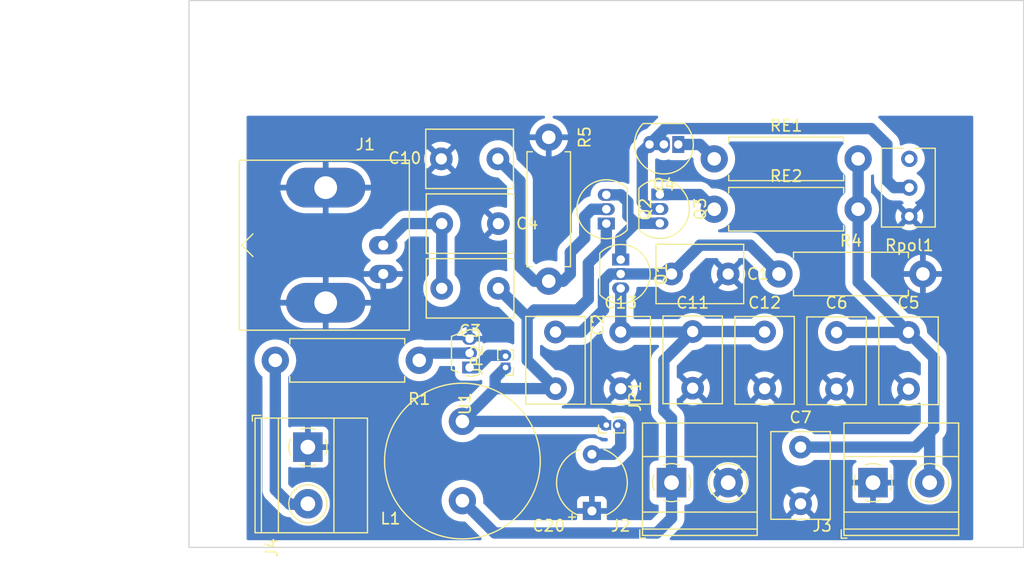
<source format=kicad_pcb>
(kicad_pcb (version 20211014) (generator pcbnew)
  (layers (0 "F.Cu" signal) (31 "B.Cu" signal) (34 "B.Paste" user) (35 "F.Paste" user) (36 "B.SilkS" user "B.Silkscreen") (37 "F.SilkS" user "F.Silkscreen") (38 "B.Mask" user) (39 "F.Mask" user) (44 "Edge.Cuts" user))
  (net 0 "")
  (net 1 "Net-(C1-Pad1)")
  (net 2 "GND")
  (net 3 "Net-(C2-Pad2)")
  (net 4 "Net-(C3-Pad2)")
  (net 5 "Net-(C10-Pad1)")
  (net 6 "+6V")
  (net 7 "-6V")
  (net 8 "Net-(J4-Pad2)")
  (net 9 "Net-(C20-Pad2)")
  (net 10 "Net-(JP2-Pad2)")
  (net 11 "Net-(Q3-Pad1)")
  (net 12 "Net-(Q3-Pad2)")
  (net 13 "Net-(Q4-Pad1)")
  (net 14 "Net-(Q1-Pad1)")
  (net 15 "Net-(R1-Pad1)")
  (footprint "Capacitor_THT:C_Disc_D7.5mm_W5.0mm_P5.00mm" (layer "F.Cu") (at 90.805 114.935 180)
    (fp_text reference "C3" (at 2.5 -3.75) (layer "F.SilkS"))
    (fp_text value "680p")
    (fp_line (start -1.37 -2.62) (end -1.37 2.62) (layer "F.SilkS") (width 0.12))
    (fp_line (start 6.37 -2.62) (end 6.37 2.62) (layer "F.SilkS") (width 0.12))
    (fp_line (start -1.37 2.62) (end 6.37 2.62) (layer "F.SilkS") (width 0.12))
    (fp_line (start -1.37 -2.62) (end 6.37 -2.62) (layer "F.SilkS") (width 0.12))
    (pad "1" thru_hole circle (at 0 0 180) (size 2 2) (drill 1) (layers *.Cu *.Mask) (net 3 "Net-(C2-Pad2)"))
    (pad "2" thru_hole circle (at 5 0 180) (size 2 2) (drill 1) (layers *.Cu *.Mask) (net 4 "Net-(C3-Pad2)"))
  )
  (footprint "Connector_PinHeader_1.00mm:PinHeader_1x02_P1.00mm_Vertical" (layer "F.Cu") (at 91.44 121.92 180)
    (fp_text reference "JP2" (at 2.54 0.635 90) (layer "F.SilkS"))
    (fp_text value "Jumper_2_Open")
    (fp_line (start 0.695 0.685) (end 0.695 1.56) (layer "F.SilkS") (width 0.12))
    (fp_line (start -0.695 1.56) (end -0.394493 1.56) (layer "F.SilkS") (width 0.12))
    (fp_line (start -0.695 0.685) (end -0.695 1.56) (layer "F.SilkS") (width 0.12))
    (fp_line (start -0.695 -0.685) (end 0 -0.685) (layer "F.SilkS") (width 0.12))
    (fp_line (start -0.695 0.685) (end -0.608276 0.685) (layer "F.SilkS") (width 0.12))
    (fp_line (start 0.608276 0.685) (end 0.695 0.685) (layer "F.SilkS") (width 0.12))
    (fp_line (start 0.394493 1.56) (end 0.695 1.56) (layer "F.SilkS") (width 0.12))
    (fp_line (start -0.695 0) (end -0.695 -0.685) (layer "F.SilkS") (width 0.12))
    (pad "1" thru_hole rect (at 0 0 180) (size 0.85 0.85) (drill 0.5) (layers *.Cu *.Mask) (net 3 "Net-(C2-Pad2)"))
    (pad "2" thru_hole oval (at 0 1 180) (size 0.85 0.85) (drill 0.5) (layers *.Cu *.Mask) (net 10 "Net-(JP2-Pad2)"))
  )
  (footprint "Capacitor_THT:C_Disc_D7.5mm_W5.0mm_P5.00mm" (layer "F.Cu") (at 117.475 133.945 90)
    (fp_text reference "C7" (at 7.62 0 180) (layer "F.SilkS"))
    (fp_text value "0.001u")
    (fp_line (start -1.37 2.62) (end 6.37 2.62) (layer "F.SilkS") (width 0.12))
    (fp_line (start -1.37 -2.62) (end 6.37 -2.62) (layer "F.SilkS") (width 0.12))
    (fp_line (start 6.37 -2.62) (end 6.37 2.62) (layer "F.SilkS") (width 0.12))
    (fp_line (start -1.37 -2.62) (end -1.37 2.62) (layer "F.SilkS") (width 0.12))
    (pad "1" thru_hole circle (at 0 0 90) (size 2 2) (drill 1) (layers *.Cu *.Mask) (net 2 "GND"))
    (pad "2" thru_hole circle (at 5 0 90) (size 2 2) (drill 1) (layers *.Cu *.Mask) (net 7 "-6V"))
  )
  (footprint "Capacitor_THT:C_Disc_D7.5mm_W5.0mm_P5.00mm" (layer "F.Cu") (at 127 123.825 90)
    (fp_text reference "C5" (at 7.62 0 180) (layer "F.SilkS"))
    (fp_text value "0.1u")
    (fp_line (start -1.37 -2.62) (end -1.37 2.62) (layer "F.SilkS") (width 0.12))
    (fp_line (start 6.37 -2.62) (end 6.37 2.62) (layer "F.SilkS") (width 0.12))
    (fp_line (start -1.37 2.62) (end 6.37 2.62) (layer "F.SilkS") (width 0.12))
    (fp_line (start -1.37 -2.62) (end 6.37 -2.62) (layer "F.SilkS") (width 0.12))
    (pad "1" thru_hole circle (at 0 0 90) (size 2 2) (drill 1) (layers *.Cu *.Mask) (net 2 "GND"))
    (pad "2" thru_hole circle (at 5 0 90) (size 2 2) (drill 1) (layers *.Cu *.Mask) (net 7 "-6V"))
  )
  (footprint "Capacitor_THT:C_Disc_D7.5mm_W5.0mm_P5.00mm" (layer "F.Cu") (at 101.6 118.785 -90)
    (fp_text reference "C13" (at -2.58 0 180) (layer "F.SilkS"))
    (fp_text value "0.001u")
    (fp_line (start -1.37 2.62) (end 6.37 2.62) (layer "F.SilkS") (width 0.12))
    (fp_line (start 6.37 -2.62) (end 6.37 2.62) (layer "F.SilkS") (width 0.12))
    (fp_line (start -1.37 -2.62) (end -1.37 2.62) (layer "F.SilkS") (width 0.12))
    (fp_line (start -1.37 -2.62) (end 6.37 -2.62) (layer "F.SilkS") (width 0.12))
    (pad "1" thru_hole circle (at 0 0 270) (size 2 2) (drill 1) (layers *.Cu *.Mask) (net 6 "+6V"))
    (pad "2" thru_hole circle (at 5 0 270) (size 2 2) (drill 1) (layers *.Cu *.Mask) (net 2 "GND"))
  )
  (footprint "TerminalBlock_Phoenix:TerminalBlock_Phoenix_MKDS-1,5-2_1x02_P5.00mm_Horizontal" (layer "F.Cu") (at 106.085 132.08)
    (fp_text reference "J2" (at -4.485 3.81 180) (layer "F.SilkS"))
    (fp_text value "Screw_Terminal_01x02")
    (fp_line (start -2.8 4.16) (end -2.8 4.9) (layer "F.SilkS") (width 0.12))
    (fp_line (start 7.56 -5.261) (end 7.56 4.66) (layer "F.SilkS") (width 0.12))
    (fp_line (start -2.56 -5.261) (end 7.56 -5.261) (layer "F.SilkS") (width 0.12))
    (fp_line (start -2.56 4.66) (end 7.56 4.66) (layer "F.SilkS") (width 0.12))
    (fp_line (start -2.8 4.9) (end -2.3 4.9) (layer "F.SilkS") (width 0.12))
    (fp_line (start 6.275 -1.069) (end 6.228 -1.023) (layer "F.SilkS") (width 0.12))
    (fp_line (start 6.07 -1.275) (end 6.035 -1.239) (layer "F.SilkS") (width 0.12))
    (fp_line (start -2.56 2.6) (end 7.56 2.6) (layer "F.SilkS") (width 0.12))
    (fp_line (start 3.966 1.239) (end 3.931 1.274) (layer "F.SilkS") (width 0.12))
    (fp_line (start -2.56 4.1) (end 7.56 4.1) (layer "F.SilkS") (width 0.12))
    (fp_line (start -2.56 -2.301) (end 7.56 -2.301) (layer "F.SilkS") (width 0.12))
    (fp_line (start 3.773 1.023) (end 3.726 1.069) (layer "F.SilkS") (width 0.12))
    (fp_line (start -2.56 -5.261) (end -2.56 4.66) (layer "F.SilkS") (width 0.12))
    (fp_arc (start -0.683042 -1.535427) (mid 0.000524 -1.680501) (end 0.684 -1.535) (layer "F.SilkS") (width 0.12))
    (fp_arc (start 1.535427 -0.683042) (mid 1.680501 0.000524) (end 1.535 0.684) (layer "F.SilkS") (width 0.12))
    (fp_arc (start 0.028805 1.680253) (mid -0.335551 1.646659) (end -0.684 1.535) (layer "F.SilkS") (width 0.12))
    (fp_arc (start 0.683318 1.534756) (mid 0.349292 1.643288) (end 0 1.68) (layer "F.SilkS") (width 0.12))
    (fp_arc (start -1.535427 0.683042) (mid -1.680501 -0.000524) (end -1.535 -0.684) (layer "F.SilkS") (width 0.12))
    (fp_circle (center 5 0) (end 6.68 0) (layer "F.SilkS") (width 0.12) (fill none))
    (pad "1" thru_hole rect (at 0 0) (size 2.6 2.6) (drill 1.3) (layers *.Cu *.Mask) (net 6 "+6V"))
    (pad "2" thru_hole circle (at 5 0) (size 2.6 2.6) (drill 1.3) (layers *.Cu *.Mask) (net 2 "GND"))
  )
  (footprint "Capacitor_THT:C_Disc_D7.5mm_W5.0mm_P5.00mm" (layer "F.Cu") (at 120.65 123.825 90)
    (fp_text reference "C6" (at 7.62 0 180) (layer "F.SilkS"))
    (fp_text value "0.01u")
    (fp_line (start -1.37 -2.62) (end 6.37 -2.62) (layer "F.SilkS") (width 0.12))
    (fp_line (start -1.37 -2.62) (end -1.37 2.62) (layer "F.SilkS") (width 0.12))
    (fp_line (start -1.37 2.62) (end 6.37 2.62) (layer "F.SilkS") (width 0.12))
    (fp_line (start 6.37 -2.62) (end 6.37 2.62) (layer "F.SilkS") (width 0.12))
    (pad "1" thru_hole circle (at 0 0 90) (size 2 2) (drill 1) (layers *.Cu *.Mask) (net 2 "GND"))
    (pad "2" thru_hole circle (at 5 0 90) (size 2 2) (drill 1) (layers *.Cu *.Mask) (net 7 "-6V"))
  )
  (footprint "Capacitor_THT:C_Disc_D7.5mm_W5.0mm_P5.00mm" (layer "F.Cu") (at 95.845 118.785 -90)
    (fp_text reference "C2" (at -0.635 -3.76 -270) (layer "F.SilkS"))
    (fp_text value "100p")
    (fp_line (start -1.37 -2.62) (end 6.37 -2.62) (layer "F.SilkS") (width 0.12))
    (fp_line (start -1.37 2.62) (end 6.37 2.62) (layer "F.SilkS") (width 0.12))
    (fp_line (start -1.37 -2.62) (end -1.37 2.62) (layer "F.SilkS") (width 0.12))
    (fp_line (start 6.37 -2.62) (end 6.37 2.62) (layer "F.SilkS") (width 0.12))
    (pad "1" thru_hole circle (at 0 0 270) (size 2 2) (drill 1) (layers *.Cu *.Mask) (net 1 "Net-(C1-Pad1)"))
    (pad "2" thru_hole circle (at 5 0 270) (size 2 2) (drill 1) (layers *.Cu *.Mask) (net 3 "Net-(C2-Pad2)"))
  )
  (footprint "Resistor_THT:R_Axial_DIN0411_L9.9mm_D3.6mm_P12.70mm_Horizontal" (layer "F.Cu") (at 115.57 113.665)
    (fp_text reference "R4" (at 6.35 -2.92) (layer "F.SilkS"))
    (fp_text value "5k")
    (fp_line (start 11.42 -1.92) (end 11.42 -1.44) (layer "F.SilkS") (width 0.12))
    (fp_line (start 1.28 1.92) (end 11.42 1.92) (layer "F.SilkS") (width 0.12))
    (fp_line (start 11.42 1.92) (end 11.42 1.44) (layer "F.SilkS") (width 0.12))
    (fp_line (start 1.28 -1.44) (end 1.28 -1.92) (layer "F.SilkS") (width 0.12))
    (fp_line (start 1.28 -1.92) (end 11.42 -1.92) (layer "F.SilkS") (width 0.12))
    (fp_line (start 1.28 1.44) (end 1.28 1.92) (layer "F.SilkS") (width 0.12))
    (pad "1" thru_hole circle (at 0 0) (size 2.4 2.4) (drill 1.2) (layers *.Cu *.Mask) (net 1 "Net-(C1-Pad1)"))
    (pad "2" thru_hole oval (at 12.7 0) (size 2.4 2.4) (drill 1.2) (layers *.Cu *.Mask) (net 2 "GND"))
  )
  (footprint "TerminalBlock_Phoenix:TerminalBlock_Phoenix_MKDS-1,5-2_1x02_P5.00mm_Horizontal" (layer "F.Cu") (at 123.865 132.08)
    (fp_text reference "J3" (at -4.485 3.81 180) (layer "F.SilkS"))
    (fp_text value "Screw_Terminal_01x02")
    (fp_line (start 7.56 -5.261) (end 7.56 4.66) (layer "F.SilkS") (width 0.12))
    (fp_line (start -2.56 4.66) (end 7.56 4.66) (layer "F.SilkS") (width 0.12))
    (fp_line (start 3.773 1.023) (end 3.726 1.069) (layer "F.SilkS") (width 0.12))
    (fp_line (start -2.8 4.9) (end -2.3 4.9) (layer "F.SilkS") (width 0.12))
    (fp_line (start 6.275 -1.069) (end 6.228 -1.023) (layer "F.SilkS") (width 0.12))
    (fp_line (start 3.966 1.239) (end 3.931 1.274) (layer "F.SilkS") (width 0.12))
    (fp_line (start -2.56 4.1) (end 7.56 4.1) (layer "F.SilkS") (width 0.12))
    (fp_line (start 6.07 -1.275) (end 6.035 -1.239) (layer "F.SilkS") (width 0.12))
    (fp_line (start -2.56 2.6) (end 7.56 2.6) (layer "F.SilkS") (width 0.12))
    (fp_line (start -2.56 -5.261) (end -2.56 4.66) (layer "F.SilkS") (width 0.12))
    (fp_line (start -2.8 4.16) (end -2.8 4.9) (layer "F.SilkS") (width 0.12))
    (fp_line (start -2.56 -2.301) (end 7.56 -2.301) (layer "F.SilkS") (width 0.12))
    (fp_line (start -2.56 -5.261) (end 7.56 -5.261) (layer "F.SilkS") (width 0.12))
    (fp_arc (start -0.683042 -1.535427) (mid 0.000524 -1.680501) (end 0.684 -1.535) (layer "F.SilkS") (width 0.12))
    (fp_arc (start 1.535427 -0.683042) (mid 1.680501 0.000524) (end 1.535 0.684) (layer "F.SilkS") (width 0.12))
    (fp_arc (start 0.683318 1.534756) (mid 0.349292 1.643288) (end 0 1.68) (layer "F.SilkS") (width 0.12))
    (fp_arc (start 0.028805 1.680253) (mid -0.335551 1.646659) (end -0.684 1.535) (layer "F.SilkS") (width 0.12))
    (fp_arc (start -1.535427 0.683042) (mid -1.680501 -0.000524) (end -1.535 -0.684) (layer "F.SilkS") (width 0.12))
    (fp_circle (center 5 0) (end 6.68 0) (layer "F.SilkS") (width 0.12) (fill none))
    (pad "1" thru_hole rect (at 0 0) (size 2.6 2.6) (drill 1.3) (layers *.Cu *.Mask) (net 2 "GND"))
    (pad "2" thru_hole circle (at 5 0) (size 2.6 2.6) (drill 1.3) (layers *.Cu *.Mask) (net 7 "-6V"))
  )
  (footprint "Connector_Coaxial:BNC_Amphenol_B6252HB-NPP3G-50_Horizontal" (layer "F.Cu") (at 80.645 111.125 90)
    (fp_text reference "J1" (at 8.89 -1.58 180) (layer "F.SilkS"))
    (fp_text value "Conn_Coaxial")
    (fp_line (start -7.5 -12.7) (end 7.5 -12.7) (layer "F.SilkS") (width 0.12))
    (fp_line (start -7.5 2.3) (end -7.5 -12.7) (layer "F.SilkS") (width 0.12))
    (fp_line (start 0 -12.5) (end 1 -11.5) (layer "F.SilkS") (width 0.12))
    (fp_line (start 7.5 -12.7) (end 7.5 2.3) (layer "F.SilkS") (width 0.12))
    (fp_line (start 0 -12.5) (end -1 -11.5) (layer "F.SilkS") (width 0.12))
    (fp_line (start 7.5 2.3) (end -7.5 2.3) (layer "F.SilkS") (width 0.12))
    (pad "1" thru_hole oval (at 0 0 90) (size 1.6 2.5) (drill 0.89) (layers *.Cu *.Mask) (net 4 "Net-(C3-Pad2)"))
    (pad "2" thru_hole oval (at 5.08 -5.08 90) (size 3.5 7) (drill 2.01) (layers *.Cu *.Mask) (net 2 "GND"))
    (pad "2" thru_hole oval (at -5.08 -5.08 90) (size 3.5 7) (drill 2.01) (layers *.Cu *.Mask) (net 2 "GND"))
    (pad "2" thru_hole oval (at -2.54 0 90) (size 1.6 2.5) (drill 0.89) (layers *.Cu *.Mask) (net 2 "GND"))
  )
  (footprint "Capacitor_THT:C_Disc_D7.5mm_W5.0mm_P5.00mm" (layer "F.Cu") (at 107.95 118.745 -90)
    (fp_text reference "C11" (at -2.54 0 180) (layer "F.SilkS"))
    (fp_text value "0.1u")
    (fp_line (start -1.37 -2.62) (end -1.37 2.62) (layer "F.SilkS") (width 0.12))
    (fp_line (start -1.37 -2.62) (end 6.37 -2.62) (layer "F.SilkS") (width 0.12))
    (fp_line (start -1.37 2.62) (end 6.37 2.62) (layer "F.SilkS") (width 0.12))
    (fp_line (start 6.37 -2.62) (end 6.37 2.62) (layer "F.SilkS") (width 0.12))
    (pad "1" thru_hole circle (at 0 0 270) (size 2 2) (drill 1) (layers *.Cu *.Mask) (net 6 "+6V"))
    (pad "2" thru_hole circle (at 5 0 270) (size 2 2) (drill 1) (layers *.Cu *.Mask) (net 2 "GND"))
  )
  (footprint "Capacitor_THT:C_Disc_D7.5mm_W5.0mm_P5.00mm" (layer "F.Cu") (at 90.805 109.22 180)
    (fp_text reference "C4" (at -2.54 0) (layer "F.SilkS"))
    (fp_text value "2.2n")
    (fp_line (start 6.37 -2.62) (end 6.37 2.62) (layer "F.SilkS") (width 0.12))
    (fp_line (start -1.37 -2.62) (end -1.37 2.62) (layer "F.SilkS") (width 0.12))
    (fp_line (start -1.37 2.62) (end 6.37 2.62) (layer "F.SilkS") (width 0.12))
    (fp_line (start -1.37 -2.62) (end 6.37 -2.62) (layer "F.SilkS") (width 0.12))
    (pad "1" thru_hole circle (at 0 0 180) (size 2 2) (drill 1) (layers *.Cu *.Mask) (net 2 "GND"))
    (pad "2" thru_hole circle (at 5 0 180) (size 2 2) (drill 1) (layers *.Cu *.Mask) (net 4 "Net-(C3-Pad2)"))
  )
  (footprint "Package_TO_SOT_THT:TO-92_Inline" (layer "F.Cu") (at 101.6 112.395 -90)
    (fp_text reference "Q1" (at 1.27 -3.56 90) (layer "F.SilkS"))
    (fp_text value "2N3904")
    (fp_line (start -0.53 1.85) (end 3.07 1.85) (layer "F.SilkS") (width 0.12))
    (fp_arc (start 1.27 -2.6) (mid 3.672087 -0.994977) (end 3.108478 1.838478) (layer "F.SilkS") (width 0.12))
    (fp_arc (start -0.568478 1.838478) (mid -1.132087 -0.994977) (end 1.27 -2.6) (layer "F.SilkS") (width 0.12))
    (pad "1" thru_hole rect (at 0 0 270) (size 1.05 1.5) (drill 0.75) (layers *.Cu *.Mask) (net 14 "Net-(Q1-Pad1)"))
    (pad "2" thru_hole oval (at 1.27 0 270) (size 1.05 1.5) (drill 0.75) (layers *.Cu *.Mask) (net 1 "Net-(C1-Pad1)"))
    (pad "3" thru_hole oval (at 2.54 0 270) (size 1.05 1.5) (drill 0.75) (layers *.Cu *.Mask) (net 6 "+6V"))
  )
  (footprint "Capacitor_THT:C_Disc_D7.5mm_W5.0mm_P5.00mm" (layer "F.Cu") (at 114.3 118.785 -90)
    (fp_text reference "C12" (at -2.58 0 180) (layer "F.SilkS"))
    (fp_text value "0.01u")
    (fp_line (start -1.37 -2.62) (end -1.37 2.62) (layer "F.SilkS") (width 0.12))
    (fp_line (start -1.37 2.62) (end 6.37 2.62) (layer "F.SilkS") (width 0.12))
    (fp_line (start -1.37 -2.62) (end 6.37 -2.62) (layer "F.SilkS") (width 0.12))
    (fp_line (start 6.37 -2.62) (end 6.37 2.62) (layer "F.SilkS") (width 0.12))
    (pad "1" thru_hole circle (at 0 0 270) (size 2 2) (drill 1) (layers *.Cu *.Mask) (net 6 "+6V"))
    (pad "2" thru_hole circle (at 5 0 270) (size 2 2) (drill 1) (layers *.Cu *.Mask) (net 2 "GND"))
  )
  (footprint "Capacitor_THT:CP_Radial_Tantal_D6.0mm_P5.00mm" (layer "F.Cu") (at 99.06 134.58 90)
    (fp_text reference "C20" (at -1.31 -3.81 180) (layer "F.SilkS"))
    (fp_text value "100p")
    (fp_line (start -0.539749 -2.055) (end -0.539749 -1.455) (layer "F.SilkS") (width 0.12))
    (fp_line (start -0.839749 -1.755) (end -0.239749 -1.755) (layer "F.SilkS") (width 0.12))
    (fp_arc (start 5.434416 1.06) (mid 2.5 3.12) (end -0.434416 1.06) (layer "F.SilkS") (width 0.12))
    (fp_arc (start -0.434416 -1.06) (mid 2.5 -3.12) (end 5.434416 -1.06) (layer "F.SilkS") (width 0.12))
    (pad "1" thru_hole rect (at 0 0 90) (size 1.6 1.6) (drill 0.8) (layers *.Cu *.Mask) (net 2 "GND"))
    (pad "2" thru_hole circle (at 5 0 90) (size 1.6 1.6) (drill 0.8) (layers *.Cu *.Mask) (net 9 "Net-(C20-Pad2)"))
  )
  (footprint "Package_TO_SOT_THT:TO-92_Inline" (layer "F.Cu") (at 106.68 102.235 180)
    (fp_text reference "Q4" (at 1.27 -3.56) (layer "F.SilkS"))
    (fp_text value "2N3904")
    (fp_line (start -0.53 1.85) (end 3.07 1.85) (layer "F.SilkS") (width 0.12))
    (fp_arc (start 1.27 -2.6) (mid 3.672087 -0.994977) (end 3.108478 1.838478) (layer "F.SilkS") (width 0.12))
    (fp_arc (start -0.568478 1.838478) (mid -1.132087 -0.994977) (end 1.27 -2.6) (layer "F.SilkS") (width 0.12))
    (pad "1" thru_hole rect (at 0 0 180) (size 1.05 1.5) (drill 0.75) (layers *.Cu *.Mask) (net 13 "Net-(Q4-Pad1)"))
    (pad "2" thru_hole oval (at 1.27 0 180) (size 1.05 1.5) (drill 0.75) (layers *.Cu *.Mask) (net 12 "Net-(Q3-Pad2)"))
    (pad "3" thru_hole oval (at 2.54 0 180) (size 1.05 1.5) (drill 0.75) (layers *.Cu *.Mask) (net 12 "Net-(Q3-Pad2)"))
  )
  (footprint "Capacitor_THT:C_Disc_D7.5mm_W5.0mm_P5.00mm" (layer "F.Cu") (at 106.085 113.665)
    (fp_text reference "C1" (at 7.62 0) (layer "F.SilkS"))
    (fp_text value "100p")
    (fp_line (start 6.37 -2.62) (end 6.37 2.62) (layer "F.SilkS") (width 0.12))
    (fp_line (start -1.37 -2.62) (end 6.37 -2.62) (layer "F.SilkS") (width 0.12))
    (fp_line (start -1.37 2.62) (end 6.37 2.62) (layer "F.SilkS") (width 0.12))
    (fp_line (start -1.37 -2.62) (end -1.37 2.62) (layer "F.SilkS") (width 0.12))
    (pad "1" thru_hole circle (at 0 0) (size 2 2) (drill 1) (layers *.Cu *.Mask) (net 1 "Net-(C1-Pad1)"))
    (pad "2" thru_hole circle (at 5 0) (size 2 2) (drill 1) (layers *.Cu *.Mask) (net 2 "GND"))
  )
  (footprint "Resistor_THT:R_Axial_DIN0411_L9.9mm_D3.6mm_P12.70mm_Horizontal" (layer "F.Cu") (at 83.82 121.285 180)
    (fp_text reference "R1" (at 0 -3.41) (layer "F.SilkS"))
    (fp_text value "50k")
    (fp_line (start 11.42 1.92) (end 11.42 1.44) (layer "F.SilkS") (width 0.12))
    (fp_line (start 1.28 -1.44) (end 1.28 -1.92) (layer "F.SilkS") (width 0.12))
    (fp_line (start 1.28 -1.92) (end 11.42 -1.92) (layer "F.SilkS") (width 0.12))
    (fp_line (start 1.28 1.92) (end 11.42 1.92) (layer "F.SilkS") (width 0.12))
    (fp_line (start 11.42 -1.92) (end 11.42 -1.44) (layer "F.SilkS") (width 0.12))
    (fp_line (start 1.28 1.44) (end 1.28 1.92) (layer "F.SilkS") (width 0.12))
    (pad "1" thru_hole circle (at 0 0 180) (size 2.4 2.4) (drill 1.2) (layers *.Cu *.Mask) (net 15 "Net-(R1-Pad1)"))
    (pad "2" thru_hole oval (at 12.7 0 180) (size 2.4 2.4) (drill 1.2) (layers *.Cu *.Mask) (net 8 "Net-(J4-Pad2)"))
  )
  (footprint "Connector_PinHeader_1.00mm:PinHeader_1x02_P1.00mm_Vertical" (layer "F.Cu") (at 100.33 127 90)
    (fp_text reference "JP1" (at 2.54 2.54 90) (layer "F.SilkS"))
    (fp_text value "Jumper_2_Open")
    (fp_line (start -0.695 0.685) (end -0.695 1.56) (layer "F.SilkS") (width 0.12))
    (fp_line (start -0.695 -0.685) (end 0 -0.685) (layer "F.SilkS") (width 0.12))
    (fp_line (start 0.394493 1.56) (end 0.695 1.56) (layer "F.SilkS") (width 0.12))
    (fp_line (start -0.695 0.685) (end -0.608276 0.685) (layer "F.SilkS") (width 0.12))
    (fp_line (start 0.608276 0.685) (end 0.695 0.685) (layer "F.SilkS") (width 0.12))
    (fp_line (start 0.695 0.685) (end 0.695 1.56) (layer "F.SilkS") (width 0.12))
    (fp_line (start -0.695 1.56) (end -0.394493 1.56) (layer "F.SilkS") (width 0.12))
    (fp_line (start -0.695 0) (end -0.695 -0.685) (layer "F.SilkS") (width 0.12))
    (pad "1" thru_hole rect (at 0 0 90) (size 0.85 0.85) (drill 0.5) (layers *.Cu *.Mask) (net 3 "Net-(C2-Pad2)"))
    (pad "2" thru_hole oval (at 0 1 90) (size 0.85 0.85) (drill 0.5) (layers *.Cu *.Mask) (net 9 "Net-(C20-Pad2)"))
  )
  (footprint "Resistor_THT:R_Axial_DIN0411_L9.9mm_D3.6mm_P12.70mm_Horizontal" (layer "F.Cu") (at 109.855 103.505)
    (fp_text reference "RE1" (at 6.35 -2.92) (layer "F.SilkS"))
    (fp_text value "560")
    (fp_line (start 1.28 1.92) (end 11.42 1.92) (layer "F.SilkS") (width 0.12))
    (fp_line (start 1.28 -1.92) (end 11.42 -1.92) (layer "F.SilkS") (width 0.12))
    (fp_line (start 1.28 -1.44) (end 1.28 -1.92) (layer "F.SilkS") (width 0.12))
    (fp_line (start 11.42 -1.92) (end 11.42 -1.44) (layer "F.SilkS") (width 0.12))
    (fp_line (start 1.28 1.44) (end 1.28 1.92) (layer "F.SilkS") (width 0.12))
    (fp_line (start 11.42 1.92) (end 11.42 1.44) (layer "F.SilkS") (width 0.12))
    (pad "1" thru_hole circle (at 0 0) (size 2.4 2.4) (drill 1.2) (layers *.Cu *.Mask) (net 13 "Net-(Q4-Pad1)"))
    (pad "2" thru_hole oval (at 12.7 0) (size 2.4 2.4) (drill 1.2) (layers *.Cu *.Mask) (net 7 "-6V"))
  )
  (footprint "Package_TO_SOT_THT:TO-92S" (layer "F.Cu") (at 88.265 121.92 90)
    (fp_text reference "U1" (at -3.195 -0.4 90) (layer "F.SilkS"))
    (fp_text value "BB204")
    (fp_line (start -0.65 0.85) (end 3.2 0.85) (layer "F.SilkS") (width 0.12))
    (fp_line (start 3.35 0) (end 2.75 -1.6) (layer "F.SilkS") (width 0.12))
    (fp_line (start -0.8 0) (end -0.65 0.85) (layer "F.SilkS") (width 0.12))
    (fp_line (start -0.2 -1.6) (end -0.45 -0.95) (layer "F.SilkS") (width 0.12))
    (fp_line (start -0.7 -0.3) (end -0.8 0) (layer "F.SilkS") (width 0.12))
    (fp_line (start 3.2 0.85) (end 3.35 0) (layer "F.SilkS") (width 0.12))
    (fp_line (start 2.75 -1.6) (end -0.2 -1.6) (layer "F.SilkS") (width 0.12))
    (pad "1" thru_hole rect (at 0 0 90) (size 1.05 1.3) (drill 0.75) (layers *.Cu *.Mask) (net 10 "Net-(JP2-Pad2)"))
    (pad "2" thru_hole oval (at 1.27 0 90) (size 1.05 1.3) (drill 0.75) (layers *.Cu *.Mask) (net 15 "Net-(R1-Pad1)"))
    (pad "3" thru_hole oval (at 2.54 0 90) (size 1.05 1.3) (drill 0.75) (layers *.Cu *.Mask) (net 2 "GND"))
  )
  (footprint "Resistor_THT:R_Axial_DIN0411_L9.9mm_D3.6mm_P12.70mm_Horizontal" (layer "F.Cu") (at 109.855 107.95)
    (fp_text reference "RE2" (at 6.35 -2.92) (layer "F.SilkS"))
    (fp_text value "560")
    (fp_line (start 1.28 1.92) (end 11.42 1.92) (layer "F.SilkS") (width 0.12))
    (fp_line (start 11.42 -1.92) (end 11.42 -1.44) (layer "F.SilkS") (width 0.12))
    (fp_line (start 1.28 -1.92) (end 11.42 -1.92) (layer "F.SilkS") (width 0.12))
    (fp_line (start 1.28 1.44) (end 1.28 1.92) (layer "F.SilkS") (width 0.12))
    (fp_line (start 11.42 1.92) (end 11.42 1.44) (layer "F.SilkS") (width 0.12))
    (fp_line (start 1.28 -1.44) (end 1.28 -1.92) (layer "F.SilkS") (width 0.12))
    (pad "1" thru_hole circle (at 0 0) (size 2.4 2.4) (drill 1.2) (layers *.Cu *.Mask) (net 11 "Net-(Q3-Pad1)"))
    (pad "2" thru_hole oval (at 12.7 0) (size 2.4 2.4) (drill 1.2) (layers *.Cu *.Mask) (net 7 "-6V"))
  )
  (footprint "Inductor_THT:L_Radial_D13.5mm_P7.00mm_Fastron_09HCP" (layer "F.Cu") (at 87.63 133.675 90)
    (fp_text reference "L1" (at -1.58 -6.35 180) (layer "F.SilkS"))
    (fp_text value "300n")
    (fp_circle (center 3.5 0) (end 10.37 0) (layer "F.SilkS") (width 0.12) (fill none))
    (pad "1" thru_hole circle (at 0 0 90) (size 2.4 2.4) (drill 1.2) (layers *.Cu *.Mask) (net 6 "+6V"))
    (pad "2" thru_hole circle (at 7 0 90) (size 2.4 2.4) (drill 1.2) (layers *.Cu *.Mask) (net 3 "Net-(C2-Pad2)"))
  )
  (footprint "Package_TO_SOT_THT:TO-92_Inline" (layer "F.Cu") (at 100.33 109.22 90)
    (fp_text reference "Q2" (at 1.27 3.45 90) (layer "F.SilkS"))
    (fp_text value "2N3904")
    (fp_line (start -0.53 1.85) (end 3.07 1.85) (layer "F.SilkS") (width 0.12))
    (fp_arc (start -0.568478 1.838478) (mid -1.132087 -0.994977) (end 1.27 -2.6) (layer "F.SilkS") (width 0.12))
    (fp_arc (start 1.27 -2.6) (mid 3.672087 -0.994977) (end 3.108478 1.838478) (layer "F.SilkS") (width 0.12))
    (pad "1" thru_hole rect (at 0 0 90) (size 1.05 1.5) (drill 0.75) (layers *.Cu *.Mask) (net 3 "Net-(C2-Pad2)"))
    (pad "2" thru_hole oval (at 1.27 0 90) (size 1.05 1.5) (drill 0.75) (layers *.Cu *.Mask) (net 5 "Net-(C10-Pad1)"))
    (pad "3" thru_hole oval (at 2.54 0 90) (size 1.05 1.5) (drill 0.75) (layers *.Cu *.Mask) (net 14 "Net-(Q1-Pad1)"))
  )
  (footprint "Potentiometer_THT:Potentiometer_Bourns_3266Y_Vertical" (layer "F.Cu") (at 127.075 108.585 -90)
    (fp_text reference "Rpol1" (at 2.555 0 180) (layer "F.SilkS"))
    (fp_text value "1k")
    (fp_line (start -6.015 -2.28) (end 0.935 -2.28) (layer "F.SilkS") (width 0.12))
    (fp_line (start 0.935 -2.28) (end 0.935 -0.494) (layer "F.SilkS") (width 0.12))
    (fp_line (start -6.015 0.496) (end -6.015 2.46) (layer "F.SilkS") (width 0.12))
    (fp_line (start -6.015 -2.28) (end -6.015 -0.494) (layer "F.SilkS") (width 0.12))
    (fp_line (start 0.935 0.496) (end 0.935 2.46) (layer "F.SilkS") (width 0.12))
    (fp_line (start -6.015 2.46) (end 0.935 2.46) (layer "F.SilkS") (width 0.12))
    (pad "1" thru_hole circle (at 0 0 270) (size 1.44 1.44) (drill 0.8) (layers *.Cu *.Mask) (net 2 "GND"))
    (pad "2" thru_hole circle (at -2.54 0 270) (size 1.44 1.44) (drill 0.8) (layers *.Cu *.Mask) (net 12 "Net-(Q3-Pad2)"))
    (pad "3" thru_hole circle (at -5.08 0 270) (size 1.44 1.44) (drill 0.8) (layers *.Cu *.Mask))
  )
  (footprint "Package_TO_SOT_THT:TO-92_Inline" (layer "F.Cu") (at 105.0544 106.6546 -90)
    (fp_text reference "Q3" (at 1.27 -3.56 90) (layer "F.SilkS"))
    (fp_text value "2N3904")
    (fp_line (start -0.53 1.85) (end 3.07 1.85) (layer "F.SilkS") (width 0.12))
    (fp_arc (start -0.568478 1.838478) (mid -1.132087 -0.994977) (end 1.27 -2.6) (layer "F.SilkS") (width 0.12))
    (fp_arc (start 1.27 -2.6) (mid 3.672087 -0.994977) (end 3.108478 1.838478) (layer "F.SilkS") (width 0.12))
    (pad "1" thru_hole rect (at 0 0 270) (size 1.05 1.5) (drill 0.75) (layers *.Cu *.Mask) (net 11 "Net-(Q3-Pad1)"))
    (pad "2" thru_hole oval (at 1.27 0 270) (size 1.05 1.5) (drill 0.75) (layers *.Cu *.Mask) (net 12 "Net-(Q3-Pad2)"))
    (pad "3" thru_hole oval (at 2.54 0 270) (size 1.05 1.5) (drill 0.75) (layers *.Cu *.Mask) (net 14 "Net-(Q1-Pad1)"))
  )
  (footprint "Capacitor_THT:C_Disc_D7.5mm_W5.0mm_P5.00mm" (layer "F.Cu") (at 90.765 103.505 180)
    (fp_text reference "C10" (at 8.215 0.065) (layer "F.SilkS"))
    (fp_text value "10n")
    (fp_line (start -1.37 -2.62) (end -1.37 2.62) (layer "F.SilkS") (width 0.12))
    (fp_line (start 6.37 -2.62) (end 6.37 2.62) (layer "F.SilkS") (width 0.12))
    (fp_line (start -1.37 -2.62) (end 6.37 -2.62) (layer "F.SilkS") (width 0.12))
    (fp_line (start -1.37 2.62) (end 6.37 2.62) (layer "F.SilkS") (width 0.12))
    (pad "1" thru_hole circle (at 0 0 180) (size 2 2) (drill 1) (layers *.Cu *.Mask) (net 5 "Net-(C10-Pad1)"))
    (pad "2" thru_hole circle (at 5 0 180) (size 2 2) (drill 1) (layers *.Cu *.Mask) (net 2 "GND"))
  )
  (footprint "Resistor_THT:R_Axial_DIN0411_L9.9mm_D3.6mm_P12.70mm_Horizontal" (layer "F.Cu") (at 95.25 114.3 90)
    (fp_text reference "R5" (at 12.7 3.175 90) (layer "F.SilkS"))
    (fp_text value "5k")
    (fp_line (start 1.28 1.44) (end 1.28 1.92) (layer "F.SilkS") (width 0.12))
    (fp_line (start 1.28 -1.92) (end 11.42 -1.92) (layer "F.SilkS") (width 0.12))
    (fp_line (start 11.42 -1.92) (end 11.42 -1.44) (layer "F.SilkS") (width 0.12))
    (fp_line (start 1.28 -1.44) (end 1.28 -1.92) (layer "F.SilkS") (width 0.12))
    (fp_line (start 11.42 1.92) (end 11.42 1.44) (layer "F.SilkS") (width 0.12))
    (fp_line (start 1.28 1.92) (end 11.42 1.92) (layer "F.SilkS") (width 0.12))
    (pad "1" thru_hole circle (at 0 0 90) (size 2.4 2.4) (drill 1.2) (layers *.Cu *.Mask) (net 5 "Net-(C10-Pad1)"))
    (pad "2" thru_hole oval (at 12.7 0 90) (size 2.4 2.4) (drill 1.2) (layers *.Cu *.Mask) (net 2 "GND"))
  )
  (footprint "TerminalBlock_Phoenix:TerminalBlock_Phoenix_MKDS-1,5-2_1x02_P5.00mm_Horizontal" (layer "F.Cu") (at 73.99 128.945 -90)
    (fp_text reference "J4" (at 8.89 3.175 90) (layer "F.SilkS"))
    (fp_text value "Screw_Terminal_01x02")
    (fp_line (start -2.56 2.6) (end 7.56 2.6) (layer "F.SilkS") (width 0.12))
    (fp_line (start 6.275 -1.069) (end 6.228 -1.023) (layer "F.SilkS") (width 0.12))
    (fp_line (start -2.8 4.9) (end -2.3 4.9) (layer "F.SilkS") (width 0.12))
    (fp_line (start -2.56 -5.261) (end 7.56 -5.261) (layer "F.SilkS") (width 0.12))
    (fp_line (start 7.56 -5.261) (end 7.56 4.66) (layer "F.SilkS") (width 0.12))
    (fp_line (start -2.56 4.1) (end 7.56 4.1) (layer "F.SilkS") (width 0.12))
    (fp_line (start 6.07 -1.275) (end 6.035 -1.239) (layer "F.SilkS") (width 0.12))
    (fp_line (start 3.966 1.239) (end 3.931 1.274) (layer "F.SilkS") (width 0.12))
    (fp_line (start -2.56 4.66) (end 7.56 4.66) (layer "F.SilkS") (width 0.12))
    (fp_line (start -2.56 -2.301) (end 7.56 -2.301) (layer "F.SilkS") (width 0.12))
    (fp_line (start -2.8 4.16) (end -2.8 4.9) (layer "F.SilkS") (width 0.12))
    (fp_line (start 3.773 1.023) (end 3.726 1.069) (layer "F.SilkS") (width 0.12))
    (fp_line (start -2.56 -5.261) (end -2.56 4.66) (layer "F.SilkS") (width 0.12))
    (fp_arc (start 0.683318 1.534756) (mid 0.349292 1.643288) (end 0 1.68) (layer "F.SilkS") (width 0.12))
    (fp_arc (start -1.535427 0.683042) (mid -1.680501 -0.000524) (end -1.535 -0.684) (layer "F.SilkS") (width 0.12))
    (fp_arc (start 0.028805 1.680253) (mid -0.335551 1.646659) (end -0.684 1.535) (layer "F.SilkS") (width 0.12))
    (fp_arc (start -0.683042 -1.535427) (mid 0.000524 -1.680501) (end 0.684 -1.535) (layer "F.SilkS") (width 0.12))
    (fp_arc (start 1.535427 -0.683042) (mid 1.680501 0.000524) (end 1.535 0.684) (layer "F.SilkS") (width 0.12))
    (fp_circle (center 5 0) (end 6.68 0) (layer "F.SilkS") (width 0.12) (fill none))
    (pad "1" thru_hole rect (at 0 0 270) (size 2.6 2.6) (drill 1.3) (layers *.Cu *.Mask) (net 2 "GND"))
    (pad "2" thru_hole circle (at 5 0 270) (size 2.6 2.6) (drill 1.3) (layers *.Cu *.Mask) (net 8 "Net-(J4-Pad2)"))
  )
  (gr_rect (start 63.5 137.795) (end 137.16 89.535) (layer "Edge.Cuts") (width 0.1) (fill none))
  (segment (start 115.57 113.665) (end 113.03 111.125) (width 1) (layer "B.Cu") (net 1))
  (segment (start 108.585 111.125) (end 108.585 111.165) (width 1) (layer "B.Cu") (net 1))
  (segment (start 101.6 113.665) (end 100.711 113.665) (width 1) (layer "B.Cu") (net 1))
  (segment (start 108.585 111.165) (end 106.085 113.665) (width 1) (layer "B.Cu") (net 1))
  (segment (start 113.03 111.125) (end 108.585 111.125) (width 1) (layer "B.Cu") (net 1))
  (segment (start 100.076 116.84) (end 98.131 118.785) (width 1) (layer "B.Cu") (net 1))
  (segment (start 98.131 118.785) (end 95.845 118.785) (width 1) (layer "B.Cu") (net 1))
  (segment (start 100.076 114.3) (end 100.076 116.84) (width 1) (layer "B.Cu") (net 1))
  (segment (start 106.085 113.665) (end 101.6 113.665) (width 1) (layer "B.Cu") (net 1))
  (segment (start 100.711 113.665) (end 100.076 114.3) (width 1) (layer "B.Cu") (net 1))
  (segment (start 87.63 126.675) (end 99.93 126.675) (width 1) (layer "B.Cu") (net 3))
  (segment (start 90.52 123.785) (end 90.52 122.84) (width 1) (layer "B.Cu") (net 3))
  (segment (start 95.845 123.785) (end 93.345 121.285) (width 1) (layer "B.Cu") (net 3))
  (segment (start 90.52 122.84) (end 91.365 121.995) (width 1) (layer "B.Cu") (net 3))
  (segment (start 90.52 123.785) (end 87.63 126.675) (width 1) (layer "B.Cu") (net 3))
  (segment (start 93.98 116.84) (end 97.79 116.84) (width 1) (layer "B.Cu") (net 3))
  (segment (start 93.345 121.285) (end 93.345 117.475) (width 1) (layer "B.Cu") (net 3))
  (segment (start 100.33 111.125) (end 98.7425 112.7125) (width 1) (layer "B.Cu") (net 3))
  (segment (start 97.79 116.84) (end 98.7425 115.8875) (width 1) (layer "B.Cu") (net 3))
  (segment (start 95.845 123.785) (end 90.52 123.785) (width 1) (layer "B.Cu") (net 3))
  (segment (start 93.345 117.475) (end 90.805 114.935) (width 1) (layer "B.Cu") (net 3))
  (segment (start 98.7425 115.8875) (end 98.7425 112.7125) (width 1) (layer "B.Cu") (net 3))
  (segment (start 93.345 117.475) (end 93.98 116.84) (width 1) (layer "B.Cu") (net 3))
  (segment (start 91.365 121.995) (end 91.44 121.995) (width 1) (layer "B.Cu") (net 3))
  (segment (start 100.33 109.22) (end 100.33 111.125) (width 1) (layer "B.Cu") (net 3))
  (segment (start 99.93 126.675) (end 100.255 127) (width 1) (layer "B.Cu") (net 3))
  (segment (start 85.805 114.935) (end 85.805 109.22) (width 1) (layer "B.Cu") (net 4))
  (segment (start 82.55 109.22) (end 85.805 109.22) (width 1) (layer "B.Cu") (net 4))
  (segment (start 80.645 111.125) (end 82.55 109.22) (width 1) (layer "B.Cu") (net 4))
  (segment (start 95.25 114.3) (end 93.98 114.3) (width 1) (layer "B.Cu") (net 5))
  (segment (start 98.425 108.585) (end 99.06 107.95) (width 1) (layer "B.Cu") (net 5))
  (segment (start 92.71 113.03) (end 92.71 105.45) (width 1) (layer "B.Cu") (net 5))
  (segment (start 93.98 114.3) (end 92.71 113.03) (width 1) (layer "B.Cu") (net 5))
  (segment (start 92.71 105.45) (end 90.765 103.505) (width 1) (layer "B.Cu") (net 5))
  (segment (start 99.06 107.95) (end 100.33 107.95) (width 1) (layer "B.Cu") (net 5))
  (segment (start 98.425 110.49) (end 98.425 108.585) (width 1) (layer "B.Cu") (net 5))
  (segment (start 95.25 114.3) (end 96.52 114.3) (width 1) (layer "B.Cu") (net 5))
  (segment (start 97.155 113.665) (end 97.155 111.76) (width 1) (layer "B.Cu") (net 5))
  (segment (start 97.155 111.76) (end 98.425 110.49) (width 1) (layer "B.Cu") (net 5))
  (segment (start 96.52 114.3) (end 97.155 113.665) (width 1) (layer "B.Cu") (net 5))
  (segment (start 101.6 114.935) (end 101.6 118.785) (width 1) (layer "B.Cu") (net 6))
  (segment (start 114.26 118.745) (end 114.3 118.785) (width 1) (layer "B.Cu") (net 6))
  (segment (start 107.91 118.785) (end 107.95 118.745) (width 1) (layer "B.Cu") (net 6))
  (segment (start 101.6 118.785) (end 107.91 118.785) (width 1) (layer "B.Cu") (net 6))
  (segment (start 105.41 125.73) (end 105.41 121.285) (width 1) (layer "B.Cu") (net 6))
  (segment (start 105.41 125.73) (end 106.085 126.405) (width 1) (layer "B.Cu") (net 6))
  (segment (start 104.775 136.525) (end 106.085 135.215) (width 1) (layer "B.Cu") (net 6))
  (segment (start 107.95 118.745) (end 114.26 118.745) (width 1) (layer "B.Cu") (net 6))
  (segment (start 106.085 126.405) (end 106.085 132.08) (width 1) (layer "B.Cu") (net 6))
  (segment (start 106.085 135.215) (end 106.085 132.08) (width 1) (layer "B.Cu") (net 6))
  (segment (start 104.775 136.525) (end 90.48 136.525) (width 1) (layer "B.Cu") (net 6))
  (segment (start 105.41 121.285) (end 107.95 118.745) (width 1) (layer "B.Cu") (net 6))
  (segment (start 90.48 136.525) (end 87.63 133.675) (width 1) (layer "B.Cu") (net 6))
  (segment (start 127 118.825) (end 129.2225 121.0475) (width 1) (layer "B.Cu") (net 7))
  (segment (start 122.555 114.38) (end 122.555 107.95) (width 1) (layer "B.Cu") (net 7))
  (segment (start 117.475 128.945) (end 127.595 128.945) (width 1) (layer "B.Cu") (net 7))
  (segment (start 129.2225 121.0475) (end 129.2225 127.3175) (width 1) (layer "B.Cu") (net 7))
  (segment (start 128.865 132.08) (end 128.865 127.675) (width 1) (layer "B.Cu") (net 7))
  (segment (start 127.595 128.945) (end 128.865 127.675) (width 1) (layer "B.Cu") (net 7))
  (segment (start 122.555 107.95) (end 122.555 103.505) (width 1) (layer "B.Cu") (net 7))
  (segment (start 120.65 118.825) (end 127 118.825) (width 1) (layer "B.Cu") (net 7))
  (segment (start 127 118.825) (end 122.555 114.38) (width 1) (layer "B.Cu") (net 7))
  (segment (start 128.865 127.675) (end 129.2225 127.3175) (width 1) (layer "B.Cu") (net 7))
  (segment (start 71.12 121.285) (end 71.12 132.715) (width 1) (layer "B.Cu") (net 8))
  (segment (start 73.95 133.985) (end 73.99 133.945) (width 1) (layer "B.Cu") (net 8))
  (segment (start 72.39 133.985) (end 73.95 133.985) (width 1) (layer "B.Cu") (net 8))
  (segment (start 71.12 132.715) (end 72.39 133.985) (width 1) (layer "B.Cu") (net 8))
  (segment (start 100.925 129.58) (end 101.6 128.905) (width 1) (layer "B.Cu") (net 9))
  (segment (start 101.6 128.905) (end 101.6 127) (width 1) (layer "B.Cu") (net 9))
  (segment (start 99.06 129.58) (end 100.925 129.58) (width 1) (layer "B.Cu") (net 9))
  (segment (start 101.6 127) (end 101.405 127) (width 1) (layer "B.Cu") (net 9))
  (segment (start 88.265 121.92) (end 88.9 121.92) (width 1) (layer "B.Cu") (net 10))
  (segment (start 89.975 120.845) (end 91.44 120.845) (width 1) (layer "B.Cu") (net 10))
  (segment (start 88.9 121.92) (end 89.975 120.845) (width 1) (layer "B.Cu") (net 10))
  (segment (start 108.5596 106.6546) (end 105.0544 106.6546) (width 1) (layer "B.Cu") (net 11))
  (segment (start 109.855 107.95) (end 108.5596 106.6546) (width 1) (layer "B.Cu") (net 11))
  (segment (start 105.0544 107.9246) (end 104.1146 107.9246) (width 1) (layer "B.Cu") (net 12))
  (segment (start 125.095 102.235) (end 123.695 100.835) (width 1) (layer "B.Cu") (net 12))
  (segment (start 105.54 100.835) (end 104.14 102.235) (width 1) (layer "B.Cu") (net 12))
  (segment (start 127.075 106.045) (end 125.73 106.045) (width 1) (layer "B.Cu") (net 12))
  (segment (start 103.505 102.87) (end 104.14 102.235) (width 1) (layer "B.Cu") (net 12))
  (segment (start 123.695 100.835) (end 105.54 100.835) (width 1) (layer "B.Cu") (net 12))
  (segment (start 125.095 105.41) (end 125.095 102.235) (width 1) (layer "B.Cu") (net 12))
  (segment (start 103.505 107.315) (end 103.505 102.87) (width 1) (layer "B.Cu") (net 12))
  (segment (start 104.1146 107.9246) (end 103.505 107.315) (width 1) (layer "B.Cu") (net 12))
  (segment (start 104.14 102.235) (end 105.41 102.235) (width 1) (layer "B.Cu") (net 12))
  (segment (start 125.73 106.045) (end 125.095 105.41) (width 1) (layer "B.Cu") (net 12))
  (segment (start 108.585 102.235) (end 109.855 103.505) (width 1) (layer "B.Cu") (net 13))
  (segment (start 106.68 102.235) (end 108.585 102.235) (width 1) (layer "B.Cu") (net 13))
  (segment (start 101.6 112.395) (end 101.6 110.49) (width 1) (layer "B.Cu") (net 14))
  (segment (start 102.235 108.5342) (end 102.8954 109.1946) (width 1) (layer "B.Cu") (net 14))
  (segment (start 101.6 106.68) (end 102.235 107.315) (width 1) (layer "B.Cu") (net 14))
  (segment (start 101.6 110.49) (end 102.8954 109.1946) (width 1) (layer "B.Cu") (net 14))
  (segment (start 102.8954 109.1946) (end 105.0544 109.1946) (width 1) (layer "B.Cu") (net 14))
  (segment (start 102.235 107.315) (end 102.235 108.5342) (width 1) (layer "B.Cu") (net 14))
  (segment (start 100.33 106.68) (end 101.6 106.68) (width 1) (layer "B.Cu") (net 14))
  (segment (start 101.748 112.247) (end 101.6 112.395) (width 1) (layer "B.Cu") (net 14))
  (segment (start 104.1146 109.1946) (end 105.0544 109.1946) (width 1) (layer "B.Cu") (net 14))
  (segment (start 83.82 121.285) (end 84.455 120.65) (width 1) (layer "B.Cu") (net 15))
  (segment (start 84.455 120.65) (end 88.265 120.65) (width 1) (layer "B.Cu") (net 15))
  (zone (net 2) (net_name "GND") (layer "B.Cu") (connect_pads (clearance 0.635)) (min_thickness 0.254) (fill yes (thermal_gap 0.508) (thermal_bridge_width 0.508))
    (polygon (pts (xy 132.715 137.795) (xy 68.58 137.795) (xy 68.58 99.695) (xy 132.715 99.695)))
  )
)
</source>
